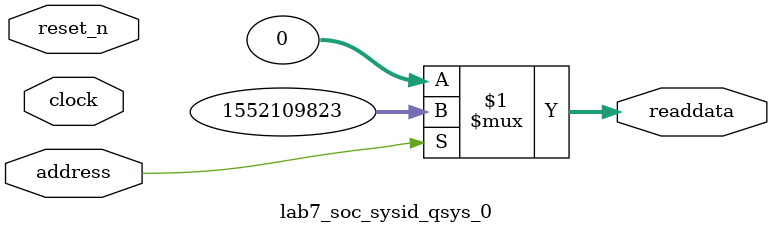
<source format=v>



// synthesis translate_off
`timescale 1ns / 1ps
// synthesis translate_on

// turn off superfluous verilog processor warnings 
// altera message_level Level1 
// altera message_off 10034 10035 10036 10037 10230 10240 10030 

module lab7_soc_sysid_qsys_0 (
               // inputs:
                address,
                clock,
                reset_n,

               // outputs:
                readdata
             )
;

  output  [ 31: 0] readdata;
  input            address;
  input            clock;
  input            reset_n;

  wire    [ 31: 0] readdata;
  //control_slave, which is an e_avalon_slave
  assign readdata = address ? 1552109823 : 0;

endmodule



</source>
